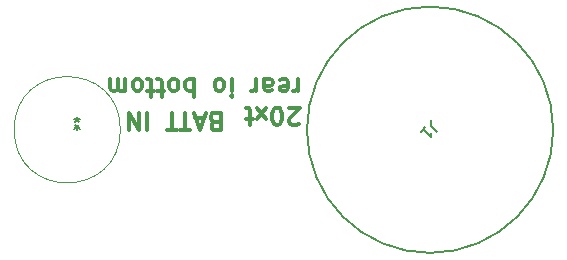
<source format=gbr>
%TF.GenerationSoftware,KiCad,Pcbnew,7.0.9*%
%TF.CreationDate,2024-04-07T02:27:09-04:00*%
%TF.ProjectId,rearbox_peripheral_io_bottom,72656172-626f-4785-9f70-657269706865,rev?*%
%TF.SameCoordinates,Original*%
%TF.FileFunction,Legend,Top*%
%TF.FilePolarity,Positive*%
%FSLAX46Y46*%
G04 Gerber Fmt 4.6, Leading zero omitted, Abs format (unit mm)*
G04 Created by KiCad (PCBNEW 7.0.9) date 2024-04-07 02:27:09*
%MOMM*%
%LPD*%
G01*
G04 APERTURE LIST*
%ADD10C,0.300000*%
%ADD11C,0.150000*%
%ADD12C,0.152400*%
%ADD13C,0.100000*%
G04 APERTURE END LIST*
D10*
X74231089Y-67837685D02*
X74016803Y-67766257D01*
X74016803Y-67766257D02*
X73945374Y-67694828D01*
X73945374Y-67694828D02*
X73873946Y-67551971D01*
X73873946Y-67551971D02*
X73873946Y-67337685D01*
X73873946Y-67337685D02*
X73945374Y-67194828D01*
X73945374Y-67194828D02*
X74016803Y-67123400D01*
X74016803Y-67123400D02*
X74159660Y-67051971D01*
X74159660Y-67051971D02*
X74731089Y-67051971D01*
X74731089Y-67051971D02*
X74731089Y-68551971D01*
X74731089Y-68551971D02*
X74231089Y-68551971D01*
X74231089Y-68551971D02*
X74088232Y-68480542D01*
X74088232Y-68480542D02*
X74016803Y-68409114D01*
X74016803Y-68409114D02*
X73945374Y-68266257D01*
X73945374Y-68266257D02*
X73945374Y-68123400D01*
X73945374Y-68123400D02*
X74016803Y-67980542D01*
X74016803Y-67980542D02*
X74088232Y-67909114D01*
X74088232Y-67909114D02*
X74231089Y-67837685D01*
X74231089Y-67837685D02*
X74731089Y-67837685D01*
X73302517Y-67480542D02*
X72588232Y-67480542D01*
X73445374Y-67051971D02*
X72945374Y-68551971D01*
X72945374Y-68551971D02*
X72445374Y-67051971D01*
X72159660Y-68551971D02*
X71302518Y-68551971D01*
X71731089Y-67051971D02*
X71731089Y-68551971D01*
X71016803Y-68551971D02*
X70159661Y-68551971D01*
X70588232Y-67051971D02*
X70588232Y-68551971D01*
X68516804Y-67051971D02*
X68516804Y-68551971D01*
X67802518Y-67051971D02*
X67802518Y-68551971D01*
X67802518Y-68551971D02*
X66945375Y-67051971D01*
X66945375Y-67051971D02*
X66945375Y-68551971D01*
X81355717Y-67979314D02*
X81284289Y-68050742D01*
X81284289Y-68050742D02*
X81141432Y-68122171D01*
X81141432Y-68122171D02*
X80784289Y-68122171D01*
X80784289Y-68122171D02*
X80641432Y-68050742D01*
X80641432Y-68050742D02*
X80570003Y-67979314D01*
X80570003Y-67979314D02*
X80498574Y-67836457D01*
X80498574Y-67836457D02*
X80498574Y-67693600D01*
X80498574Y-67693600D02*
X80570003Y-67479314D01*
X80570003Y-67479314D02*
X81427146Y-66622171D01*
X81427146Y-66622171D02*
X80498574Y-66622171D01*
X79570003Y-68122171D02*
X79427146Y-68122171D01*
X79427146Y-68122171D02*
X79284289Y-68050742D01*
X79284289Y-68050742D02*
X79212861Y-67979314D01*
X79212861Y-67979314D02*
X79141432Y-67836457D01*
X79141432Y-67836457D02*
X79070003Y-67550742D01*
X79070003Y-67550742D02*
X79070003Y-67193600D01*
X79070003Y-67193600D02*
X79141432Y-66907885D01*
X79141432Y-66907885D02*
X79212861Y-66765028D01*
X79212861Y-66765028D02*
X79284289Y-66693600D01*
X79284289Y-66693600D02*
X79427146Y-66622171D01*
X79427146Y-66622171D02*
X79570003Y-66622171D01*
X79570003Y-66622171D02*
X79712861Y-66693600D01*
X79712861Y-66693600D02*
X79784289Y-66765028D01*
X79784289Y-66765028D02*
X79855718Y-66907885D01*
X79855718Y-66907885D02*
X79927146Y-67193600D01*
X79927146Y-67193600D02*
X79927146Y-67550742D01*
X79927146Y-67550742D02*
X79855718Y-67836457D01*
X79855718Y-67836457D02*
X79784289Y-67979314D01*
X79784289Y-67979314D02*
X79712861Y-68050742D01*
X79712861Y-68050742D02*
X79570003Y-68122171D01*
X78570004Y-66622171D02*
X77784290Y-67622171D01*
X78570004Y-67622171D02*
X77784290Y-66622171D01*
X77427146Y-67622171D02*
X76855718Y-67622171D01*
X77212861Y-68122171D02*
X77212861Y-66836457D01*
X77212861Y-66836457D02*
X77141432Y-66693600D01*
X77141432Y-66693600D02*
X76998575Y-66622171D01*
X76998575Y-66622171D02*
X76855718Y-66622171D01*
X81284289Y-64207171D02*
X81284289Y-65207171D01*
X81284289Y-64921457D02*
X81212860Y-65064314D01*
X81212860Y-65064314D02*
X81141432Y-65135742D01*
X81141432Y-65135742D02*
X80998574Y-65207171D01*
X80998574Y-65207171D02*
X80855717Y-65207171D01*
X79784289Y-64278600D02*
X79927146Y-64207171D01*
X79927146Y-64207171D02*
X80212861Y-64207171D01*
X80212861Y-64207171D02*
X80355718Y-64278600D01*
X80355718Y-64278600D02*
X80427146Y-64421457D01*
X80427146Y-64421457D02*
X80427146Y-64992885D01*
X80427146Y-64992885D02*
X80355718Y-65135742D01*
X80355718Y-65135742D02*
X80212861Y-65207171D01*
X80212861Y-65207171D02*
X79927146Y-65207171D01*
X79927146Y-65207171D02*
X79784289Y-65135742D01*
X79784289Y-65135742D02*
X79712861Y-64992885D01*
X79712861Y-64992885D02*
X79712861Y-64850028D01*
X79712861Y-64850028D02*
X80427146Y-64707171D01*
X78427147Y-64207171D02*
X78427147Y-64992885D01*
X78427147Y-64992885D02*
X78498575Y-65135742D01*
X78498575Y-65135742D02*
X78641432Y-65207171D01*
X78641432Y-65207171D02*
X78927147Y-65207171D01*
X78927147Y-65207171D02*
X79070004Y-65135742D01*
X78427147Y-64278600D02*
X78570004Y-64207171D01*
X78570004Y-64207171D02*
X78927147Y-64207171D01*
X78927147Y-64207171D02*
X79070004Y-64278600D01*
X79070004Y-64278600D02*
X79141432Y-64421457D01*
X79141432Y-64421457D02*
X79141432Y-64564314D01*
X79141432Y-64564314D02*
X79070004Y-64707171D01*
X79070004Y-64707171D02*
X78927147Y-64778600D01*
X78927147Y-64778600D02*
X78570004Y-64778600D01*
X78570004Y-64778600D02*
X78427147Y-64850028D01*
X77712861Y-64207171D02*
X77712861Y-65207171D01*
X77712861Y-64921457D02*
X77641432Y-65064314D01*
X77641432Y-65064314D02*
X77570004Y-65135742D01*
X77570004Y-65135742D02*
X77427146Y-65207171D01*
X77427146Y-65207171D02*
X77284289Y-65207171D01*
X75641433Y-64207171D02*
X75641433Y-65207171D01*
X75641433Y-65707171D02*
X75712861Y-65635742D01*
X75712861Y-65635742D02*
X75641433Y-65564314D01*
X75641433Y-65564314D02*
X75570004Y-65635742D01*
X75570004Y-65635742D02*
X75641433Y-65707171D01*
X75641433Y-65707171D02*
X75641433Y-65564314D01*
X74712861Y-64207171D02*
X74855718Y-64278600D01*
X74855718Y-64278600D02*
X74927147Y-64350028D01*
X74927147Y-64350028D02*
X74998575Y-64492885D01*
X74998575Y-64492885D02*
X74998575Y-64921457D01*
X74998575Y-64921457D02*
X74927147Y-65064314D01*
X74927147Y-65064314D02*
X74855718Y-65135742D01*
X74855718Y-65135742D02*
X74712861Y-65207171D01*
X74712861Y-65207171D02*
X74498575Y-65207171D01*
X74498575Y-65207171D02*
X74355718Y-65135742D01*
X74355718Y-65135742D02*
X74284290Y-65064314D01*
X74284290Y-65064314D02*
X74212861Y-64921457D01*
X74212861Y-64921457D02*
X74212861Y-64492885D01*
X74212861Y-64492885D02*
X74284290Y-64350028D01*
X74284290Y-64350028D02*
X74355718Y-64278600D01*
X74355718Y-64278600D02*
X74498575Y-64207171D01*
X74498575Y-64207171D02*
X74712861Y-64207171D01*
X72427147Y-64207171D02*
X72427147Y-65707171D01*
X72427147Y-65135742D02*
X72284290Y-65207171D01*
X72284290Y-65207171D02*
X71998575Y-65207171D01*
X71998575Y-65207171D02*
X71855718Y-65135742D01*
X71855718Y-65135742D02*
X71784290Y-65064314D01*
X71784290Y-65064314D02*
X71712861Y-64921457D01*
X71712861Y-64921457D02*
X71712861Y-64492885D01*
X71712861Y-64492885D02*
X71784290Y-64350028D01*
X71784290Y-64350028D02*
X71855718Y-64278600D01*
X71855718Y-64278600D02*
X71998575Y-64207171D01*
X71998575Y-64207171D02*
X72284290Y-64207171D01*
X72284290Y-64207171D02*
X72427147Y-64278600D01*
X70855718Y-64207171D02*
X70998575Y-64278600D01*
X70998575Y-64278600D02*
X71070004Y-64350028D01*
X71070004Y-64350028D02*
X71141432Y-64492885D01*
X71141432Y-64492885D02*
X71141432Y-64921457D01*
X71141432Y-64921457D02*
X71070004Y-65064314D01*
X71070004Y-65064314D02*
X70998575Y-65135742D01*
X70998575Y-65135742D02*
X70855718Y-65207171D01*
X70855718Y-65207171D02*
X70641432Y-65207171D01*
X70641432Y-65207171D02*
X70498575Y-65135742D01*
X70498575Y-65135742D02*
X70427147Y-65064314D01*
X70427147Y-65064314D02*
X70355718Y-64921457D01*
X70355718Y-64921457D02*
X70355718Y-64492885D01*
X70355718Y-64492885D02*
X70427147Y-64350028D01*
X70427147Y-64350028D02*
X70498575Y-64278600D01*
X70498575Y-64278600D02*
X70641432Y-64207171D01*
X70641432Y-64207171D02*
X70855718Y-64207171D01*
X69927146Y-65207171D02*
X69355718Y-65207171D01*
X69712861Y-65707171D02*
X69712861Y-64421457D01*
X69712861Y-64421457D02*
X69641432Y-64278600D01*
X69641432Y-64278600D02*
X69498575Y-64207171D01*
X69498575Y-64207171D02*
X69355718Y-64207171D01*
X69070003Y-65207171D02*
X68498575Y-65207171D01*
X68855718Y-65707171D02*
X68855718Y-64421457D01*
X68855718Y-64421457D02*
X68784289Y-64278600D01*
X68784289Y-64278600D02*
X68641432Y-64207171D01*
X68641432Y-64207171D02*
X68498575Y-64207171D01*
X67784289Y-64207171D02*
X67927146Y-64278600D01*
X67927146Y-64278600D02*
X67998575Y-64350028D01*
X67998575Y-64350028D02*
X68070003Y-64492885D01*
X68070003Y-64492885D02*
X68070003Y-64921457D01*
X68070003Y-64921457D02*
X67998575Y-65064314D01*
X67998575Y-65064314D02*
X67927146Y-65135742D01*
X67927146Y-65135742D02*
X67784289Y-65207171D01*
X67784289Y-65207171D02*
X67570003Y-65207171D01*
X67570003Y-65207171D02*
X67427146Y-65135742D01*
X67427146Y-65135742D02*
X67355718Y-65064314D01*
X67355718Y-65064314D02*
X67284289Y-64921457D01*
X67284289Y-64921457D02*
X67284289Y-64492885D01*
X67284289Y-64492885D02*
X67355718Y-64350028D01*
X67355718Y-64350028D02*
X67427146Y-64278600D01*
X67427146Y-64278600D02*
X67570003Y-64207171D01*
X67570003Y-64207171D02*
X67784289Y-64207171D01*
X66641432Y-64207171D02*
X66641432Y-65207171D01*
X66641432Y-65064314D02*
X66570003Y-65135742D01*
X66570003Y-65135742D02*
X66427146Y-65207171D01*
X66427146Y-65207171D02*
X66212860Y-65207171D01*
X66212860Y-65207171D02*
X66070003Y-65135742D01*
X66070003Y-65135742D02*
X65998575Y-64992885D01*
X65998575Y-64992885D02*
X65998575Y-64207171D01*
X65998575Y-64992885D02*
X65927146Y-65135742D01*
X65927146Y-65135742D02*
X65784289Y-65207171D01*
X65784289Y-65207171D02*
X65570003Y-65207171D01*
X65570003Y-65207171D02*
X65427146Y-65135742D01*
X65427146Y-65135742D02*
X65355717Y-64992885D01*
X65355717Y-64992885D02*
X65355717Y-64207171D01*
D11*
X93069361Y-68649916D02*
X92564285Y-68144840D01*
X92564285Y-68144840D02*
X92496941Y-68010153D01*
X92496941Y-68010153D02*
X92496941Y-67875466D01*
X92496941Y-67875466D02*
X92564285Y-67740779D01*
X92564285Y-67740779D02*
X92631628Y-67673435D01*
X91655147Y-68649916D02*
X92059208Y-68245855D01*
X91857178Y-68447886D02*
X92564285Y-69154993D01*
X92564285Y-69154993D02*
X92530613Y-68986634D01*
X92530613Y-68986634D02*
X92530613Y-68851947D01*
X92530613Y-68851947D02*
X92564285Y-68750932D01*
X62571395Y-67454141D02*
X62571395Y-67692236D01*
X62333300Y-67596998D02*
X62571395Y-67692236D01*
X62571395Y-67692236D02*
X62809490Y-67596998D01*
X62428538Y-67882712D02*
X62571395Y-67692236D01*
X62571395Y-67692236D02*
X62714252Y-67882712D01*
X62571394Y-68544502D02*
X62571394Y-68306407D01*
X62809489Y-68401645D02*
X62571394Y-68306407D01*
X62571394Y-68306407D02*
X62333299Y-68401645D01*
X62714251Y-68115931D02*
X62571394Y-68306407D01*
X62571394Y-68306407D02*
X62428537Y-68115931D01*
D12*
%TO.C,J1*%
X102874858Y-68500118D02*
G75*
G03*
X102874858Y-68500118I-10426700J0D01*
G01*
D13*
%TO.C,J3*%
X66231417Y-68500121D02*
G75*
G03*
X66231417Y-68500121I-4500000J0D01*
G01*
%TD*%
M02*

</source>
